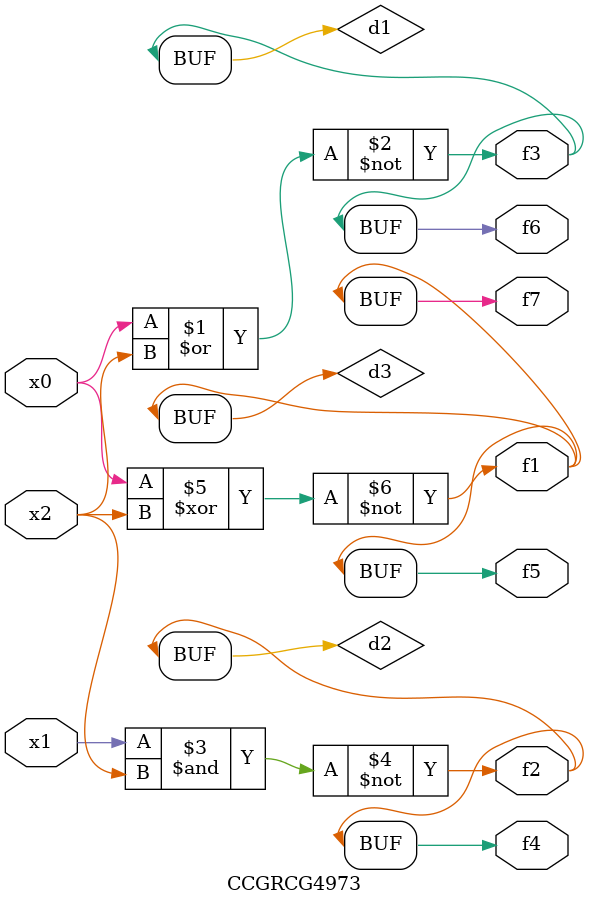
<source format=v>
module CCGRCG4973(
	input x0, x1, x2,
	output f1, f2, f3, f4, f5, f6, f7
);

	wire d1, d2, d3;

	nor (d1, x0, x2);
	nand (d2, x1, x2);
	xnor (d3, x0, x2);
	assign f1 = d3;
	assign f2 = d2;
	assign f3 = d1;
	assign f4 = d2;
	assign f5 = d3;
	assign f6 = d1;
	assign f7 = d3;
endmodule

</source>
